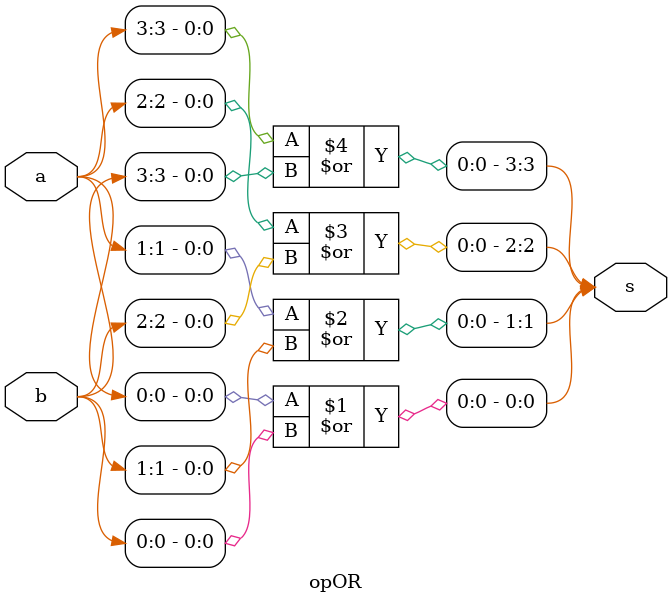
<source format=sv>
module opOR(
    input logic [3:0] a,
    input logic [3:0] b,
    output logic [3:0] s
);
 
    assign s[0] = a[0] | b[0];
    assign s[1] = a[1] | b[1];
    assign s[2] = a[2] | b[2];
    assign s[3] = a[3] | b[3];



endmodule
</source>
